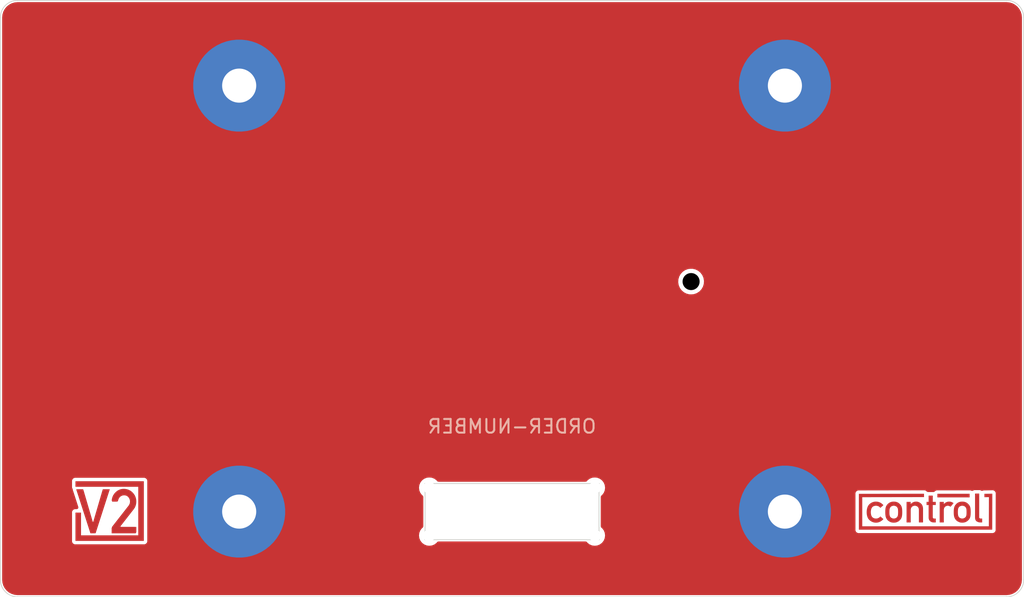
<source format=kicad_pcb>
(kicad_pcb (version 20240108) (generator "pcbnew") (generator_version "8.0")
  (layers (0 "F.Cu" signal "Front") (31 "B.Cu" signal "Back") (34 "B.Paste" user) (35 "F.Paste" user) (36 "B.SilkS" user "B.Silkscreen") (37 "F.SilkS" user "F.Silkscreen") (38 "B.Mask" user) (39 "F.Mask" user) (44 "Edge.Cuts" user))
  (property "Order-Number" "ORDER-NUMBER")
  (net 0 "")
  (net 1 "GND")
  (footprint "V2_Mechanical:Mounting_Hole_2mm_Pad_5.2mm" (layer "F.Cu") (at 163 110)
    (property "Reference" "H101" (hide yes))
    (property "Value" "MountingHole_2mm_Pad_5.2mm" (hide yes))
    (pad "1" thru_hole custom (at 0 0) (size 5.4 5.4) (drill 2) (layers "*.Cu" "*.Mask") (net 1 "GND") (options (clearance outline) (anchor circle)) (primitives (gr_bbox (start -0.75 -0.75) (end 0.75 0.75) (fill no))))
  )
  (footprint "V2_Artwork:Logo_Small" (layer "F.Cu") (at 123.5 110)
    (property "Reference" "ICON102" (hide yes))
    (property "Value" "V2-logo" (hide yes))
    (fp_poly (pts (xy 1.91 1.7195) (xy -2.1005 1.7195) (xy -2.1005 0.0585) (xy -1.773 0.0585) (xy -1.773 1.392) (xy 1.5825 1.392) (xy 1.5825 -1.4555) (xy -2.1005 -1.4555) (xy -2.1005 -1.783) (xy 1.91 -1.783)) (fill solid) (layer "F.Cu"))
    (fp_poly (pts (xy -1.617677 -1.221322) (xy -1.084635 0.601822) (xy -1.059048 0.604213) (xy -0.526231 -1.218162) (xy -0.494416 -1.314387) (xy -0.190339 -1.314387) (xy -0.085353 -1.31286) (xy -0.918222 1.270316) (xy -1.019731 1.273487) (xy -1.223737 1.273487) (xy -2.056569 -1.309583) (xy -1.95594 -1.314387) (xy -1.651908 -1.314387)) (fill solid) (layer "F.Cu"))
    (fp_poly (pts (xy 0.862421 -1.32688) (xy 0.960344 -1.303887) (xy 1.053932 -1.266924) (xy 1.140943 -1.216397) (xy 1.219701 -1.153847) (xy 1.289786 -1.081749) (xy 1.350542 -1.001625) (xy 1.399768 -0.913898) (xy 1.435918 -0.820016) (xy 1.458468 -0.722) (xy 1.467956 -0.621911) (xy 1.465544 -0.521418) (xy 1.450928 -0.421932) (xy 1.422941 -0.325314) (xy 1.381219 -0.233761) (xy 1.32667 -0.149382) (xy 0.531352 0.87181) (xy 0.569453 0.895459) (xy 1.36796 0.895459) (xy 1.468453 0.900054) (xy 1.468453 1.206089) (xy 1.430088 1.273471) (xy 0.0225 1.273487) (xy 0.0225 0.967661) (xy 0.055771 0.877369) (xy 0.979104 -0.30523) (xy 1.038253 -0.385132) (xy 1.080844 -0.473929) (xy 1.098164 -0.570885) (xy 1.091767 -0.669077) (xy 1.059415 -0.761986) (xy 1.005396 -0.844371) (xy 0.93265 -0.91011) (xy 0.842392 -0.947991) (xy 0.744555 -0.957379) (xy 0.647511 -0.941672) (xy 0.558941 -0.899254) (xy 0.485254 -0.834228) (xy 0.432401 -0.751364) (xy 0.402317 -0.656406) (xy 0.361353 -0.584278) (xy 0.055147 -0.584278) (xy 0.02538 -0.657535) (xy 0.039764 -0.758101) (xy 0.066781 -0.854983) (xy 0.107035 -0.947172) (xy 0.159906 -1.032748) (xy 0.223839 -1.110347) (xy 0.296655 -1.179682) (xy 0.377971 -1.238903) (xy 0.467163 -1.285515) (xy 0.562602 -1.317508) (xy 0.661819 -1.334283) (xy 0.76236 -1.336756)) (fill solid) (layer "F.Cu"))
    (zone (net 0) (net_name "") (layer "F.Cu") (connect_pads (clearance 0)) (min_thickness 0.254)
      (keepout (tracks not_allowed) (vias not_allowed) (pads not_allowed) (copperpour not_allowed) (footprints allowed))
      (fill (thermal_gap 0.508) (thermal_bridge_width 0.508))
      (polygon (pts (xy 121.2775 111.8415) (xy 125.532 111.8415) (xy 125.532 108.095) (xy 121.2775 108.095) (xy 121.2775 108.63475) (xy 121.70295 109.9365) (xy 121.2775 109.9365)))
    )
  )
  (footprint "V2_Artwork:Board_control_Small" (layer "F.Cu") (at 171.25 110)
    (property "Reference" "ICON101" (hide yes))
    (property "Value" "Board_control" (hide yes))
    (fp_poly (pts (xy 2.582961 -0.834743) (xy 0.690829 -0.834743) (xy 0.690829 -1.04641) (xy 2.582961 -1.04641)) (fill solid) (layer "F.Cu"))
    (fp_poly (pts (xy 3.906932 1.060335) (xy -3.912296 1.060335) (xy -3.912296 -1.043156) (xy -0.091798 -1.048908) (xy -0.091386 -0.850587) (xy -3.713844 -0.844836) (xy -3.713844 0.861765) (xy 3.708895 0.861765) (xy 3.713432 -0.849838) (xy 3.449794 -0.845086) (xy 3.44608 -1.043406) (xy 3.912296 -1.051909)) (fill solid) (layer "F.Cu"))
    (fp_poly (pts (xy 3.143422 0.323473) (xy 3.143511 0.328554) (xy 3.143776 0.333474) (xy 3.144218 0.338231) (xy 3.144838 0.342825) (xy 3.145634 0.347258) (xy 3.146607 0.351528) (xy 3.147757 0.355636) (xy 3.149084 0.359582) (xy 3.150587 0.363367) (xy 3.152268 0.366989) (xy 3.154126 0.37045) (xy 3.15616 0.373749) (xy 3.158372 0.376886) (xy 3.16076 0.379862) (xy 3.163325 0.382677) (xy 3.166067 0.38533) (xy 3.168986 0.387821) (xy 3.172082 0.390152) (xy 3.175355 0.392321) (xy 3.178805 0.394329) (xy 3.182431 0.396176) (xy 3.186235 0.397862) (xy 3.190215 0.399387) (xy 3.194373 0.400751) (xy 3.198707 0.401955) (xy 3.203218 0.402997) (xy 3.207906 0.40388) (xy 3.212771 0.404601) (xy 3.223031 0.405563) (xy 3.233999 0.405884) (xy 3.317473 0.405884) (xy 3.317473 0.63515) (xy 3.209134 0.63515) (xy 3.192776 0.63489) (xy 3.176778 0.634108) (xy 3.161141 0.632805) (xy 3.145864 0.630982) (xy 3.130949 0.62864) (xy 3.116394 0.625779) (xy 3.1022 0.622399) (xy 3.088366 0.618502) (xy 3.074894 0.614088) (xy 3.061782 0.609157) (xy 3.04903 0.60371) (xy 3.03664 0.597747) (xy 3.02461 0.59127) (xy 3.012941 0.584278) (xy 3.001633 0.576772) (xy 2.990686 0.568753) (xy 2.979717 0.55997) (xy 2.969456 0.550465) (xy 2.959903 0.540239) (xy 2.951058 0.529293) (xy 2.94292 0.517628) (xy 2.93549 0.505246) (xy 2.928767 0.492148) (xy 2.922752 0.478335) (xy 2.917445 0.463808) (xy 2.912846 0.448567) (xy 2.908954 0.432615) (xy 2.90577 0.415953) (xy 2.903293 0.398581) (xy 2.901524 0.3805) (xy 2.900463 0.361713) (xy 2.900109 0.34222) (xy 2.900109 -1.060335) (xy 3.143422 -1.060335)) (fill solid) (layer "F.Cu"))
    (fp_poly (pts (xy 0.421382 -0.571727) (xy 0.597801 -0.571727) (xy 0.597801 -0.386983) (xy 0.421382 -0.386983) (xy 0.421382 0.316442) (xy 0.421306 0.322098) (xy 0.42141 0.327569) (xy 0.421694 0.332855) (xy 0.422158 0.337955) (xy 0.422801 0.342871) (xy 0.423623 0.347601) (xy 0.424625 0.352146) (xy 0.425805 0.356507) (xy 0.427164 0.360683) (xy 0.428701 0.364674) (xy 0.430417 0.36848) (xy 0.43231 0.372102) (xy 0.434381 0.375539) (xy 0.43663 0.378792) (xy 0.439056 0.38186) (xy 0.44166 0.384744) (xy 0.44444 0.387444) (xy 0.447397 0.38996) (xy 0.45053 0.392292) (xy 0.45384 0.394439) (xy 0.457325 0.396403) (xy 0.460987 0.398183) (xy 0.464824 0.399779) (xy 0.468836 0.401191) (xy 0.473024 0.40242) (xy 0.477387 0.403465) (xy 0.481924 0.404326) (xy 0.486636 0.405004) (xy 0.491522 0.405499) (xy 0.496582 0.40581) (xy 0.501816 0.405939) (xy 0.507224 0.405884) (xy 0.597801 0.405884) (xy 0.597801 0.63515) (xy 0.471111 0.63515) (xy 0.455307 0.634839) (xy 0.439865 0.633906) (xy 0.424785 0.632352) (xy 0.410069 0.630177) (xy 0.395717 0.627381) (xy 0.381731 0.623967) (xy 0.36811 0.619933) (xy 0.354856 0.61528) (xy 0.34197 0.61001) (xy 0.329452 0.604122) (xy 0.317304 0.597618) (xy 0.305525 0.590497) (xy 0.294118 0.582761) (xy 0.283083 0.57441) (xy 0.272421 0.565444) (xy 0.262132 0.555864) (xy 0.25192 0.546156) (xy 0.242374 0.535926) (xy 0.233491 0.525173) (xy 0.225272 0.513896) (xy 0.217715 0.502095) (xy 0.21082 0.48977) (xy 0.204586 0.476919) (xy 0.199011 0.463542) (xy 0.194096 0.449639) (xy 0.189839 0.43521) (xy 0.186239 0.420252) (xy 0.183296 0.404767) (xy 0.181008 0.388753) (xy 0.179375 0.37221) (xy 0.178395 0.355137) (xy 0.178069 0.337533) (xy 0.178069 -0.386983) (xy 0.057302 -0.386983) (xy 0.057302 -0.571727) (xy 0.178069 -0.571727) (xy 0.178069 -0.939258) (xy 0.421382 -0.939258)) (fill solid) (layer "F.Cu"))
    (fp_poly (pts (xy 1.40549 -0.586323) (xy 1.423166 -0.584999) (xy 1.440563 -0.582988) (xy 1.45768 -0.580289) (xy 1.474515 -0.5769) (xy 1.491069 -0.572823) (xy 1.50734 -0.568055) (xy 1.523327 -0.562597) (xy 1.53903 -0.556447) (xy 1.554447 -0.549606) (xy 1.569579 -0.542073) (xy 1.584423 -0.533847) (xy 1.59898 -0.524927) (xy 1.613248 -0.515313) (xy 1.627226 -0.505005) (xy 1.640914 -0.494002) (xy 1.463904 -0.283481) (xy 1.45433 -0.290791) (xy 1.444702 -0.297633) (xy 1.43502 -0.304007) (xy 1.425285 -0.309912) (xy 1.415498 -0.315349) (xy 1.405659 -0.320315) (xy 1.395771 -0.324812) (xy 1.385833 -0.328837) (xy 1.375847 -0.332391) (xy 1.365813 -0.335473) (xy 1.355732 -0.338083) (xy 1.345605 -0.340219) (xy 1.335433 -0.341882) (xy 1.325217 -0.34307) (xy 1.314958 -0.343783) (xy 1.304656 -0.344021) (xy 1.293209 -0.343783) (xy 1.281957 -0.34307) (xy 1.270901 -0.341882) (xy 1.260042 -0.340219) (xy 1.249381 -0.338083) (xy 1.238918 -0.335473) (xy 1.228655 -0.332391) (xy 1.218592 -0.328837) (xy 1.20873 -0.324812) (xy 1.199071 -0.320315) (xy 1.189614 -0.315349) (xy 1.180361 -0.309912) (xy 1.171313 -0.304007) (xy 1.162471 -0.297633) (xy 1.153835 -0.290791) (xy 1.145406 -0.283481) (xy 1.136464 -0.275797) (xy 1.128065 -0.267536) (xy 1.120213 -0.258699) (xy 1.11291 -0.249288) (xy 1.106158 -0.239302) (xy 1.099961 -0.228743) (xy 1.09432 -0.21761) (xy 1.089239 -0.205904) (xy 1.08472 -0.193626) (xy 1.080765 -0.180777) (xy 1.077377 -0.167356) (xy 1.074559 -0.153365) (xy 1.072314 -0.138805) (xy 1.070643 -0.123675) (xy 1.06955 -0.107977) (xy 1.069037 -0.09171) (xy 1.069037 0.63515) (xy 0.825722 0.63515) (xy 0.825722 -0.571727) (xy 1.069037 -0.571727) (xy 1.069037 -0.444007) (xy 1.073773 -0.444007) (xy 1.088945 -0.461318) (xy 1.104713 -0.477512) (xy 1.121076 -0.492589) (xy 1.138033 -0.506549) (xy 1.155583 -0.519392) (xy 1.173725 -0.531119) (xy 1.192459 -0.541729) (xy 1.211784 -0.551221) (xy 1.231698 -0.559597) (xy 1.252201 -0.566857) (xy 1.273292 -0.572999) (xy 1.29497 -0.578025) (xy 1.317234 -0.581933) (xy 1.340084 -0.584725) (xy 1.363518 -0.586401) (xy 1.387536 -0.586959)) (fill solid) (layer "F.Cu"))
    (fp_poly (pts (xy -0.534402 -0.586547) (xy -0.515954 -0.58531) (xy -0.497713 -0.583249) (xy -0.479676 -0.580362) (xy -0.461845 -0.576649) (xy -0.444217 -0.572109) (xy -0.426792 -0.566741) (xy -0.40957 -0.560546) (xy -0.392548 -0.553523) (xy -0.375727 -0.54567) (xy -0.359105 -0.536988) (xy -0.342682 -0.527475) (xy -0.326457 -0.517132) (xy -0.310428 -0.505958) (xy -0.294596 -0.493952) (xy -0.278958 -0.481113) (xy -0.263987 -0.467391) (xy -0.249933 -0.452882) (xy -0.236796 -0.437585) (xy -0.224577 -0.421502) (xy -0.213278 -0.404631) (xy -0.202899 -0.386972) (xy -0.193441 -0.368527) (xy -0.184904 -0.349294) (xy -0.177291 -0.329274) (xy -0.170601 -0.308466) (xy -0.164835 -0.286872) (xy -0.159994 -0.26449) (xy -0.15608 -0.241321) (xy -0.153093 -0.217364) (xy -0.151033 -0.192621) (xy -0.149903 -0.16709) (xy -0.149903 0.63515) (xy -0.392624 0.63515) (xy -0.392624 -0.083508) (xy -0.392888 -0.099093) (xy -0.393679 -0.11421) (xy -0.394997 -0.128859) (xy -0.396842 -0.14304) (xy -0.399215 -0.156752) (xy -0.402114 -0.169993) (xy -0.405542 -0.182765) (xy -0.409496 -0.195065) (xy -0.413978 -0.206895) (xy -0.418986 -0.218252) (xy -0.424523 -0.229137) (xy -0.430586 -0.239548) (xy -0.437177 -0.249486) (xy -0.444295 -0.25895) (xy -0.45194 -0.267939) (xy -0.460112 -0.276452) (xy -0.468583 -0.284613) (xy -0.477346 -0.292251) (xy -0.486402 -0.299367) (xy -0.495753 -0.305958) (xy -0.505398 -0.312026) (xy -0.515338 -0.31757) (xy -0.525576 -0.322588) (xy -0.536111 -0.32708) (xy -0.546944 -0.331046) (xy -0.558076 -0.334485) (xy -0.569509 -0.337396) (xy -0.581242 -0.33978) (xy -0.593277 -0.341635) (xy -0.605615 -0.34296) (xy -0.618256 -0.343756) (xy -0.631202 -0.344021) (xy -0.644148 -0.343756) (xy -0.65679 -0.34296) (xy -0.669131 -0.341635) (xy -0.681171 -0.33978) (xy -0.692913 -0.337396) (xy -0.704359 -0.334485) (xy -0.715509 -0.331046) (xy -0.726367 -0.32708) (xy -0.736933 -0.322588) (xy -0.747209 -0.31757) (xy -0.757198 -0.312026) (xy -0.7669 -0.305958) (xy -0.776318 -0.299367) (xy -0.785453 -0.292251) (xy -0.794307 -0.284613) (xy -0.802883 -0.276452) (xy -0.811264 -0.267939) (xy -0.819091 -0.25895) (xy -0.826368 -0.249486) (xy -0.833094 -0.239548) (xy -0.839272 -0.229137) (xy -0.844904 -0.218252) (xy -0.849991 -0.206895) (xy -0.854536 -0.195065) (xy -0.858539 -0.182765) (xy -0.862003 -0.169993) (xy -0.864929 -0.156752) (xy -0.867319 -0.14304) (xy -0.869175 -0.128859) (xy -0.870499 -0.11421) (xy -0.871292 -0.099093) (xy -0.871556 -0.083508) (xy -0.871556 0.63515) (xy -1.114871 0.63515) (xy -1.114871 -0.571727) (xy -0.871556 -0.571727) (xy -0.871556 -0.444007) (xy -0.86682 -0.444007) (xy -0.851648 -0.461318) (xy -0.835879 -0.477512) (xy -0.819516 -0.492589) (xy -0.802559 -0.506549) (xy -0.785009 -0.519392) (xy -0.766866 -0.531119) (xy -0.748132 -0.541729) (xy -0.728808 -0.551221) (xy -0.708894 -0.559597) (xy -0.688391 -0.566857) (xy -0.6673 -0.572999) (xy -0.645622 -0.578025) (xy -0.623358 -0.581933) (xy -0.600509 -0.584725) (xy -0.577075 -0.586401) (xy -0.553057 -0.586959)) (fill solid) (layer "F.Cu"))
    (fp_poly (pts (xy -2.890049 -0.586456) (xy -2.872887 -0.585532) (xy -2.855979 -0.584188) (xy -2.839326 -0.582425) (xy -2.822929 -0.580242) (xy -2.806791 -0.577642) (xy -2.790913 -0.574624) (xy -2.775297 -0.571189) (xy -2.759944 -0.567338) (xy -2.744857 -0.56307) (xy -2.730037 -0.558388) (xy -2.715486 -0.55329) (xy -2.701205 -0.547778) (xy -2.687197 -0.541853) (xy -2.673463 -0.535514) (xy -2.660004 -0.528763) (xy -2.646788 -0.521509) (xy -2.633781 -0.513952) (xy -2.620984 -0.506093) (xy -2.608398 -0.497932) (xy -2.596023 -0.489469) (xy -2.583861 -0.480704) (xy -2.571912 -0.471637) (xy -2.560177 -0.462267) (xy -2.548657 -0.452596) (xy -2.537353 -0.442623) (xy -2.526267 -0.432347) (xy -2.515397 -0.42177) (xy -2.504747 -0.41089) (xy -2.494315 -0.399709) (xy -2.484104 -0.388225) (xy -2.474114 -0.376439) (xy -2.652899 -0.217084) (xy -2.664679 -0.231927) (xy -2.676932 -0.245847) (xy -2.689658 -0.258843) (xy -2.702859 -0.270916) (xy -2.716534 -0.282067) (xy -2.730686 -0.292296) (xy -2.745315 -0.301604) (xy -2.760422 -0.309992) (xy -2.776007 -0.317459) (xy -2.792072 -0.324007) (xy -2.808618 -0.329637) (xy -2.825645 -0.334348) (xy -2.843154 -0.338141) (xy -2.861145 -0.341018) (xy -2.879621 -0.342977) (xy -2.898582 -0.344021) (xy -2.917599 -0.343937) (xy -2.936024 -0.343097) (xy -2.953854 -0.341502) (xy -2.971092 -0.339152) (xy -2.987736 -0.336047) (xy -3.003786 -0.332188) (xy -3.019242 -0.327573) (xy -3.034105 -0.322204) (xy -3.048373 -0.31608) (xy -3.062047 -0.309202) (xy -3.075127 -0.301569) (xy -3.087613 -0.293181) (xy -3.099504 -0.28404) (xy -3.1108 -0.274144) (xy -3.121502 -0.263494) (xy -3.131609 -0.252089) (xy -3.141122 -0.239931) (xy -3.150039 -0.227019) (xy -3.158361 -0.213352) (xy -3.166088 -0.198932) (xy -3.173219 -0.183758) (xy -3.179756 -0.167831) (xy -3.185696 -0.151149) (xy -3.191041 -0.133714) (xy -3.199943 -0.096584) (xy -3.206462 -0.056441) (xy -3.210596 -0.013285) (xy -3.212344 0.032884) (xy -3.211768 0.056198) (xy -3.210596 0.07876) (xy -3.208827 0.100569) (xy -3.206462 0.121625) (xy -3.203501 0.141928) (xy -3.199943 0.161479) (xy -3.19579 0.180277) (xy -3.191041 0.198323) (xy -3.185696 0.215617) (xy -3.179756 0.232158) (xy -3.173219 0.247947) (xy -3.166088 0.262984) (xy -3.158361 0.277269) (xy -3.150039 0.290802) (xy -3.141122 0.303583) (xy -3.131609 0.315612) (xy -3.121502 0.326889) (xy -3.1108 0.337415) (xy -3.099504 0.347189) (xy -3.087613 0.356211) (xy -3.075127 0.364482) (xy -3.062047 0.372001) (xy -3.048373 0.378769) (xy -3.034105 0.384786) (xy -3.019242 0.390052) (xy -3.003786 0.394566) (xy -2.987736 0.39833) (xy -2.971092 0.401342) (xy -2.953854 0.403604) (xy -2.936024 0.405114) (xy -2.917599 0.405874) (xy -2.898582 0.405884) (xy -2.879621 0.405119) (xy -2.861145 0.403412) (xy -2.843154 0.400762) (xy -2.825645 0.397169) (xy -2.808618 0.392633) (xy -2.792072 0.387154) (xy -2.776007 0.380733) (xy -2.760422 0.373368) (xy -2.745315 0.365061) (xy -2.730686 0.355811) (xy -2.716534 0.345618) (xy -2.702859 0.334482) (xy -2.689658 0.322403) (xy -2.676932 0.309382) (xy -2.664679 0.295417) (xy -2.652899 0.28051) (xy -2.474114 0.439863) (xy -2.484104 0.451013) (xy -2.494315 0.461906) (xy -2.504747 0.472543) (xy -2.515397 0.482924) (xy -2.526267 0.493049) (xy -2.537353 0.502917) (xy -2.548657 0.512529) (xy -2.560177 0.521885) (xy -2.571912 0.530984) (xy -2.583861 0.539827) (xy -2.596023 0.548413) (xy -2.608398 0.556743) (xy -2.620984 0.564817) (xy -2.633781 0.572635) (xy -2.646788 0.580196) (xy -2.660004 0.587501) (xy -2.673463 0.594673) (xy -2.687197 0.601397) (xy -2.701205 0.607674) (xy -2.715486 0.613504) (xy -2.730037 0.618888) (xy -2.744857 0.623826) (xy -2.759944 0.628319) (xy -2.775297 0.632368) (xy -2.790913 0.635972) (xy -2.806791 0.639134) (xy -2.822929 0.641852) (xy -2.839326 0.644128) (xy -2.855979 0.645962) (xy -2.872887 0.647355) (xy -2.890049 0.648308) (xy -2.907462 0.64882) (xy -2.934012 0.648253) (xy -2.960159 0.64655) (xy -2.985901 0.643712) (xy -3.011239 0.63974) (xy -3.036171 0.634632) (xy -3.060696 0.628389) (xy -3.084813 0.621011) (xy -3.108522 0.612498) (xy -3.131822 0.602849) (xy -3.154711 0.592066) (xy -3.177189 0.580147) (xy -3.199256 0.567094) (xy -3.22091 0.552905) (xy -3.24215 0.537581) (xy -3.262975 0.521122) (xy -3.283386 0.503528) (xy -3.303622 0.484661) (xy -3.322595 0.464385) (xy -3.340304 0.442701) (xy -3.356747 0.419609) (xy -3.371925 0.395109) (xy -3.385835 0.369202) (xy -3.398478 0.341889) (xy -3.409852 0.313171) (xy -3.419956 0.283047) (xy -3.42879 0.251518) (xy -3.436353 0.218586) (xy -3.442644 0.18425) (xy -3.447661 0.148511) (xy -3.451405 0.11137) (xy -3.453874 0.072828) (xy -3.455067 0.032884) (xy -3.453874 -0.007564) (xy -3.451405 -0.046592) (xy -3.447661 -0.084202) (xy -3.442644 -0.120393) (xy -3.436353 -0.155165) (xy -3.42879 -0.188517) (xy -3.419956 -0.220451) (xy -3.409852 -0.250966) (xy -3.398478 -0.280063) (xy -3.385835 -0.30774) (xy -3.371925 -0.333998) (xy -3.356747 -0.358838) (xy -3.340304 -0.382258) (xy -3.322595 -0.40426) (xy -3.303622 -0.424843) (xy -3.283386 -0.444007) (xy -3.262975 -0.461592) (xy -3.24215 -0.478024) (xy -3.22091 -0.493303) (xy -3.199256 -0.507427) (xy -3.177189 -0.520399) (xy -3.154711 -0.532217) (xy -3.131822 -0.542882) (xy -3.108522 -0.552393) (xy -3.084813 -0.560751) (xy -3.060696 -0.567955) (xy -3.036171 -0.574006) (xy -3.011239 -0.578903) (xy -2.985901 -0.582647) (xy -2.960159 -0.585238) (xy -2.934012 -0.586675) (xy -2.907462 -0.586959)) (fill solid) (layer "F.Cu"))
    (fp_poly (pts (xy -1.849548 -0.586497) (xy -1.832231 -0.585696) (xy -1.815356 -0.584559) (xy -1.798922 -0.583084) (xy -1.782929 -0.581272) (xy -1.767376 -0.579125) (xy -1.752262 -0.576643) (xy -1.737585 -0.573826) (xy -1.723346 -0.570675) (xy -1.709543 -0.56719) (xy -1.696175 -0.563372) (xy -1.683241 -0.559222) (xy -1.670742 -0.55474) (xy -1.658675 -0.549927) (xy -1.64704 -0.544784) (xy -1.635836 -0.53931) (xy -1.625013 -0.533323) (xy -1.61452 -0.527227) (xy -1.604355 -0.521024) (xy -1.594515 -0.514715) (xy -1.584998 -0.5083) (xy -1.575801 -0.501781) (xy -1.566921 -0.49516) (xy -1.558356 -0.488436) (xy -1.550104 -0.481612) (xy -1.54216 -0.474688) (xy -1.534524 -0.467666) (xy -1.527193 -0.460546) (xy -1.520163 -0.453331) (xy -1.513432 -0.44602) (xy -1.506998 -0.438616) (xy -1.500858 -0.431119) (xy -1.492026 -0.422427) (xy -1.483515 -0.413488) (xy -1.475324 -0.404302) (xy -1.467456 -0.394869) (xy -1.459909 -0.385189) (xy -1.452687 -0.375261) (xy -1.445788 -0.365086) (xy -1.439215 -0.354664) (xy -1.432968 -0.343995) (xy -1.427048 -0.333079) (xy -1.421456 -0.321915) (xy -1.416192 -0.310504) (xy -1.411258 -0.298846) (xy -1.406654 -0.286941) (xy -1.402382 -0.274789) (xy -1.398441 -0.26239) (xy -1.391586 -0.235513) (xy -1.385667 -0.205854) (xy -1.380677 -0.173412) (xy -1.376611 -0.138187) (xy -1.37346 -0.100179) (xy -1.371217 -0.059389) (xy -1.369877 -0.015815) (xy -1.369432 0.030541) (xy -1.369877 0.076732) (xy -1.371217 0.120105) (xy -1.37346 0.160657) (xy -1.376611 0.19839) (xy -1.380677 0.233304) (xy -1.383056 0.249704) (xy -1.385667 0.265399) (xy -1.38851 0.280389) (xy -1.391586 0.294674) (xy -1.394896 0.308254) (xy -1.398441 0.321129) (xy -1.402382 0.333542) (xy -1.406654 0.345737) (xy -1.411258 0.357716) (xy -1.416192 0.369481) (xy -1.421456 0.381032) (xy -1.427048 0.392373) (xy -1.432968 0.403504) (xy -1.439215 0.414427) (xy -1.445788 0.425145) (xy -1.452687 0.435658) (xy -1.459909 0.445969) (xy -1.467456 0.456079) (xy -1.475324 0.46599) (xy -1.483515 0.475703) (xy -1.492026 0.485221) (xy -1.500858 0.494545) (xy -1.506796 0.501134) (xy -1.513068 0.507714) (xy -1.519672 0.514276) (xy -1.52661 0.520811) (xy -1.533881 0.527309) (xy -1.541485 0.533761) (xy -1.549422 0.540158) (xy -1.557692 0.546491) (xy -1.561535 0.550121) (xy -1.565516 0.553686) (xy -1.569637 0.557187) (xy -1.573896 0.560625) (xy -1.578295 0.563998) (xy -1.582832 0.567307) (xy -1.587508 0.570552) (xy -1.592323 0.573733) (xy -1.597276 0.57685) (xy -1.602368 0.579903) (xy -1.607599 0.582892) (xy -1.612969 0.585816) (xy -1.618478 0.588677) (xy -1.624125 0.591473) (xy -1.629911 0.594206) (xy -1.635836 0.596874) (xy -1.64704 0.602912) (xy -1.658675 0.608574) (xy -1.670742 0.613863) (xy -1.683241 0.618778) (xy -1.696175 0.623319) (xy -1.709543 0.627489) (xy -1.723346 0.631286) (xy -1.737585 0.634712) (xy -1.752262 0.637767) (xy -1.767376 0.640452) (xy -1.782929 0.642767) (xy -1.798922 0.644714) (xy -1.815356 0.646292) (xy -1.832231 0.647502) (xy -1.849548 0.648344) (xy -1.867308 0.64882) (xy -1.884326 0.648344) (xy -1.900967 0.647502) (xy -1.91723 0.646292) (xy -1.933114 0.644714) (xy -1.948616 0.642767) (xy -1.963734 0.640452) (xy -1.978467 0.637767) (xy -1.992814 0.634712) (xy -2.006772 0.631286) (xy -2.02034 0.627489) (xy -2.033516 0.623319) (xy -2.046298 0.618778) (xy -2.058685 0.613863) (xy -2.070674 0.608574) (xy -2.082265 0.602912) (xy -2.093455 0.596874) (xy -2.104513 0.591121) (xy -2.115265 0.585285) (xy -2.12571 0.579365) (xy -2.135847 0.573361) (xy -2.145676 0.567272) (xy -2.155195 0.561098) (xy -2.164404 0.554838) (xy -2.173301 0.548492) (xy -2.181886 0.542059) (xy -2.190158 0.535539) (xy -2.198116 0.52893) (xy -2.205759 0.522233) (xy -2.213087 0.515446) (xy -2.220098 0.50857) (xy -2.226792 0.501603) (xy -2.233167 0.494545) (xy -2.241465 0.485221) (xy -2.249485 0.475703) (xy -2.257231 0.46599) (xy -2.264701 0.456079) (xy -2.271897 0.445969) (xy -2.27882 0.435658) (xy -2.28547 0.425145) (xy -2.29185 0.414427) (xy -2.297958 0.403504) (xy -2.303798 0.392373) (xy -2.309368 0.381032) (xy -2.31467 0.369481) (xy -2.319705 0.357716) (xy -2.324474 0.345737) (xy -2.328978 0.333542) (xy -2.333217 0.321129) (xy -2.340514 0.294674) (xy -2.346861 0.265399) (xy -2.35225 0.233304) (xy -2.356675 0.19839) (xy -2.360128 0.160657) (xy -2.362604 0.120105) (xy -2.364094 0.076732) (xy -2.364593 0.030541) (xy -2.121871 0.030541) (xy -2.121649 0.06084) (xy -2.120983 0.089048) (xy -2.119873 0.115159) (xy -2.118319 0.139169) (xy -2.116321 0.161074) (xy -2.113879 0.180869) (xy -2.110992 0.198549) (xy -2.109383 0.206595) (xy -2.107662 0.21411) (xy -2.105823 0.221457) (xy -2.103858 0.228701) (xy -2.101764 0.235842) (xy -2.099541 0.242879) (xy -2.097185 0.249811) (xy -2.094696 0.256636) (xy -2.092072 0.263354) (xy -2.08931 0.269963) (xy -2.08641 0.276463) (xy -2.083369 0.282851) (xy -2.080186 0.289127) (xy -2.07686 0.29529) (xy -2.073387 0.301338) (xy -2.069767 0.307271) (xy -2.065998 0.313087) (xy -2.062078 0.318786) (xy -2.058117 0.323143) (xy -2.054004 0.327428) (xy -2.04974 0.331643) (xy -2.045326 0.335788) (xy -2.040763 0.339864) (xy -2.036052 0.343872) (xy -2.031193 0.347814) (xy -2.026188 0.351691) (xy -2.021037 0.355504) (xy -2.015741 0.359254) (xy -2.010301 0.362942) (xy -2.004719 0.36657) (xy -1.998994 0.370138) (xy -1.993127 0.373648) (xy -1.980974 0.380496) (xy -1.97439 0.383549) (xy -1.967737 0.386409) (xy -1.961015 0.389076) (xy -1.954223 0.391549) (xy -1.947361 0.393827) (xy -1.940431 0.39591) (xy -1.933431 0.397797) (xy -1.926361 0.399488) (xy -1.919222 0.400982) (xy -1.912014 0.402279) (xy -1.904737 0.403378) (xy -1.89739 0.404279) (xy -1.889973 0.40498) (xy -1.882488 0.405482) (xy -1.874933 0.405783) (xy -1.867308 0.405884) (xy -1.859046 0.405783) (xy -1.850909 0.405482) (xy -1.842899 0.40498) (xy -1.835017 0.404279) (xy -1.827262 0.403378) (xy -1.819637 0.402279) (xy -1.812142 0.400982) (xy -1.804778 0.399488) (xy -1.797546 0.397797) (xy -1.790446 0.39591) (xy -1.78348 0.393827) (xy -1.776649 0.391549) (xy -1.769952 0.389076) (xy -1.763392 0.386409) (xy -1.756968 0.383549) (xy -1.750683 0.380496) (xy -1.744238 0.3771) (xy -1.738 0.373648) (xy -1.731968 0.370138) (xy -1.726142 0.36657) (xy -1.720521 0.362942) (xy -1.715104 0.359254) (xy -1.709889 0.355504) (xy -1.704877 0.351691) (xy -1.700065 0.347814) (xy -1.695454 0.343872) (xy -1.691043 0.339864) (xy -1.68683 0.335788) (xy -1.682815 0.331643) (xy -1.678996 0.327428) (xy -1.675374 0.323143) (xy -1.671947 0.318786) (xy -1.667493 0.313087) (xy -1.663233 0.307271) (xy -1.659168 0.301338) (xy -1.655297 0.29529) (xy -1.65162 0.289127) (xy -1.648138 0.282851) (xy -1.644849 0.276463) (xy -1.641755 0.269963) (xy -1.638855 0.263354) (xy -1.63615 0.256636) (xy -1.633638 0.249811) (xy -1.631321 0.242879) (xy -1.629198 0.235842) (xy -1.62727 0.228701) (xy -1.625535 0.221457) (xy -1.623995 0.21411) (xy -1.621276 0.198586) (xy -1.618897 0.181016) (xy -1.616866 0.161404) (xy -1.615188 0.139755) (xy -1.613871 0.116075) (xy -1.612922 0.090366) (xy -1.612347 0.062634) (xy -1.612154 0.032884) (xy -1.612347 0.00163) (xy -1.612922 -0.027405) (xy -1.613871 -0.054233) (xy -1.615188 -0.078869) (xy -1.616866 -0.101326) (xy -1.618897 -0.121618) (xy -1.621276 -0.13976) (xy -1.623995 -0.155764) (xy -1.625535 -0.162812) (xy -1.62727 -0.169752) (xy -1.629198 -0.176582) (xy -1.631321 -0.183305) (xy -1.633638 -0.18992) (xy -1.63615 -0.196428) (xy -1.638855 -0.20283) (xy -1.641755 -0.209126) (xy -1.644849 -0.215316) (xy -1.648138 -0.221402) (xy -1.65162 -0.227384) (xy -1.655297 -0.233262) (xy -1.659168 -0.239037) (xy -1.663233 -0.24471) (xy -1.667493 -0.250281) (xy -1.671947 -0.25575) (xy -1.675374 -0.260739) (xy -1.678996 -0.265599) (xy -1.682815 -0.270328) (xy -1.68683 -0.274926) (xy -1.691043 -0.27939) (xy -1.695454 -0.283721) (xy -1.700065 -0.287917) (xy -1.704877 -0.291977) (xy -1.709889 -0.295899) (xy -1.715104 -0.299683) (xy -1.720521 -0.303327) (xy -1.726142 -0.306831) (xy -1.731968 -0.310192) (xy -1.738 -0.313411) (xy -1.744238 -0.316485) (xy -1.750683 -0.319414) (xy -1.756968 -0.322394) (xy -1.763392 -0.325182) (xy -1.769952 -0.327777) (xy -1.776649 -0.33018) (xy -1.78348 -0.332391) (xy -1.790446 -0.334409) (xy -1.797546 -0.336236) (xy -1.804778 -0.33787) (xy -1.812142 -0.339312) (xy -1.819637 -0.340561) (xy -1.827262 -0.341618) (xy -1.835017 -0.342483) (xy -1.842899 -0.343156) (xy -1.850909 -0.343637) (xy -1.859046 -0.343925) (xy -1.867308 -0.344021) (xy -1.874933 -0.343925) (xy -1.882488 -0.343637) (xy -1.889973 -0.343156) (xy -1.89739 -0.342483) (xy -1.904737 -0.341618) (xy -1.912014 -0.340561) (xy -1.919222 -0.339312) (xy -1.926361 -0.33787) (xy -1.933431 -0.336236) (xy -1.940431 -0.334409) (xy -1.947361 -0.332391) (xy -1.954223 -0.33018) (xy -1.961015 -0.327777) (xy -1.967737 -0.325182) (xy -1.97439 -0.322394) (xy -1.980974 -0.319414) (xy -1.98712 -0.316485) (xy -1.993127 -0.313411) (xy -1.998994 -0.310192) (xy -2.004719 -0.306831) (xy -2.010301 -0.303327) (xy -2.015741 -0.299683) (xy -2.021037 -0.295899) (xy -2.026188 -0.291977) (xy -2.031193 -0.287917) (xy -2.036052 -0.283721) (xy -2.040763 -0.27939) (xy -2.045326 -0.274926) (xy -2.04974 -0.270328) (xy -2.054004 -0.265599) (xy -2.058117 -0.260739) (xy -2.062078 -0.25575) (xy -2.065998 -0.250281) (xy -2.069767 -0.24471) (xy -2.073387 -0.239037) (xy -2.07686 -0.233262) (xy -2.080186 -0.227384) (xy -2.083369 -0.221402) (xy -2.08641 -0.215316) (xy -2.08931 -0.209126) (xy -2.092072 -0.20283) (xy -2.094696 -0.196428) (xy -2.097185 -0.18992) (xy -2.099541 -0.183305) (xy -2.101764 -0.176582) (xy -2.103858 -0.169752) (xy -2.105823 -0.162812) (xy -2.107662 -0.155764) (xy -2.110992 -0.139796) (xy -2.113879 -0.121765) (xy -2.116321 -0.101656) (xy -2.118319 -0.079455) (xy -2.119873 -0.055148) (xy -2.120983 -0.028723) (xy -2.121649 -0.000164) (xy -2.121871 0.030541) (xy -2.364593 0.030541) (xy -2.364094 -0.015815) (xy -2.362604 -0.059389) (xy -2.360128 -0.100179) (xy -2.356675 -0.138187) (xy -2.35225 -0.173412) (xy -2.349675 -0.189981) (xy -2.346861 -0.205854) (xy -2.343807 -0.221032) (xy -2.340514 -0.235513) (xy -2.336984 -0.249299) (xy -2.333217 -0.26239) (xy -2.328978 -0.274789) (xy -2.324474 -0.286941) (xy -2.319705 -0.298846) (xy -2.31467 -0.310504) (xy -2.309368 -0.321915) (xy -2.303798 -0.333079) (xy -2.297958 -0.343995) (xy -2.29185 -0.354664) (xy -2.28547 -0.365086) (xy -2.27882 -0.375261) (xy -2.271897 -0.385189) (xy -2.264701 -0.394869) (xy -2.257231 -0.404302) (xy -2.249485 -0.413488) (xy -2.241465 -0.422427) (xy -2.233167 -0.431119) (xy -2.226792 -0.438616) (xy -2.220098 -0.44602) (xy -2.213087 -0.453331) (xy -2.205759 -0.460546) (xy -2.198116 -0.467666) (xy -2.190158 -0.474688) (xy -2.181886 -0.481612) (xy -2.173301 -0.488436) (xy -2.164404 -0.49516) (xy -2.155195 -0.501781) (xy -2.145676 -0.5083) (xy -2.135847 -0.514715) (xy -2.12571 -0.521024) (xy -2.115265 -0.527227) (xy -2.104513 -0.533323) (xy -2.093455 -0.53931) (xy -2.082265 -0.544784) (xy -2.070674 -0.549927) (xy -2.058685 -0.55474) (xy -2.046298 -0.559222) (xy -2.033516 -0.563372) (xy -2.02034 -0.56719) (xy -2.006772 -0.570675) (xy -1.992814 -0.573826) (xy -1.978467 -0.576643) (xy -1.963734 -0.579125) (xy -1.948616 -0.581272) (xy -1.933114 -0.583084) (xy -1.91723 -0.584559) (xy -1.900967 -0.585696) (xy -1.884326 -0.586497) (xy -1.867308 -0.586959)) (fill solid) (layer "F.Cu"))
    (fp_poly (pts (xy 2.165333 -0.586497) (xy 2.182577 -0.585696) (xy 2.199402 -0.584559) (xy 2.215806 -0.583084) (xy 2.231787 -0.581272) (xy 2.247342 -0.579125) (xy 2.262471 -0.576643) (xy 2.277171 -0.573826) (xy 2.291442 -0.570675) (xy 2.30528 -0.56719) (xy 2.318685 -0.563372) (xy 2.331654 -0.559222) (xy 2.344187 -0.55474) (xy 2.35628 -0.549927) (xy 2.367933 -0.544784) (xy 2.379144 -0.53931) (xy 2.389869 -0.533323) (xy 2.400289 -0.527227) (xy 2.410404 -0.521024) (xy 2.420214 -0.514715) (xy 2.429718 -0.5083) (xy 2.438917 -0.501781) (xy 2.447811 -0.49516) (xy 2.4564 -0.488436) (xy 2.464683 -0.481612) (xy 2.472661 -0.474688) (xy 2.480334 -0.467666) (xy 2.487702 -0.460546) (xy 2.494764 -0.453331) (xy 2.501522 -0.44602) (xy 2.507974 -0.438616) (xy 2.514121 -0.431119) (xy 2.522952 -0.422427) (xy 2.531464 -0.413488) (xy 2.539654 -0.404302) (xy 2.547523 -0.394869) (xy 2.55507 -0.385189) (xy 2.562292 -0.375261) (xy 2.569191 -0.365086) (xy 2.575764 -0.354664) (xy 2.582011 -0.343995) (xy 2.587931 -0.333079) (xy 2.593523 -0.321915) (xy 2.598787 -0.310504) (xy 2.603721 -0.298846) (xy 2.608325 -0.286941) (xy 2.612598 -0.274789) (xy 2.616539 -0.26239) (xy 2.623394 -0.235513) (xy 2.629313 -0.205854) (xy 2.634302 -0.173412) (xy 2.638368 -0.138187) (xy 2.641519 -0.100179) (xy 2.643761 -0.059389) (xy 2.645101 -0.015815) (xy 2.645546 0.030541) (xy 2.645101 0.076732) (xy 2.643761 0.120105) (xy 2.641519 0.160657) (xy 2.638368 0.19839) (xy 2.634302 0.233304) (xy 2.631923 0.249704) (xy 2.629313 0.265399) (xy 2.62647 0.280389) (xy 2.623394 0.294674) (xy 2.620084 0.308254) (xy 2.616539 0.321129) (xy 2.612598 0.333542) (xy 2.608325 0.345737) (xy 2.603721 0.357716) (xy 2.598787 0.369481) (xy 2.593523 0.381032) (xy 2.587931 0.392373) (xy 2.582011 0.403504) (xy 2.575764 0.414427) (xy 2.569191 0.425145) (xy 2.562292 0.435658) (xy 2.55507 0.445969) (xy 2.547523 0.456079) (xy 2.539654 0.46599) (xy 2.531464 0.475703) (xy 2.522952 0.485221) (xy 2.514121 0.494545) (xy 2.508182 0.501134) (xy 2.501911 0.507714) (xy 2.495306 0.514276) (xy 2.488369 0.520811) (xy 2.481099 0.527309) (xy 2.473495 0.533761) (xy 2.465558 0.540158) (xy 2.457288 0.546491) (xy 2.453445 0.550121) (xy 2.449462 0.553686) (xy 2.445342 0.557187) (xy 2.441082 0.560625) (xy 2.436684 0.563998) (xy 2.432146 0.567307) (xy 2.427471 0.570552) (xy 2.422656 0.573733) (xy 2.417703 0.57685) (xy 2.412611 0.579903) (xy 2.40738 0.582892) (xy 2.40201 0.585816) (xy 2.396502 0.588677) (xy 2.390855 0.591473) (xy 2.385069 0.594206) (xy 2.379144 0.596874) (xy 2.367933 0.602912) (xy 2.35628 0.608574) (xy 2.344187 0.613863) (xy 2.331654 0.618778) (xy 2.318685 0.623319) (xy 2.30528 0.627489) (xy 2.291442 0.631286) (xy 2.277171 0.634712) (xy 2.262471 0.637767) (xy 2.247342 0.640452) (xy 2.231787 0.642767) (xy 2.215806 0.644714) (xy 2.199402 0.646292) (xy 2.182577 0.647502) (xy 2.165333 0.648344) (xy 2.14767 0.64882) (xy 2.130555 0.648344) (xy 2.11384 0.647502) (xy 2.097525 0.646292) (xy 2.081606 0.644714) (xy 2.066083 0.642767) (xy 2.050954 0.640452) (xy 2.036216 0.637767) (xy 2.021869 0.634712) (xy 2.00791 0.631286) (xy 1.994338 0.627489) (xy 1.981151 0.623319) (xy 1.968347 0.618778) (xy 1.955925 0.613863) (xy 1.943883 0.608574) (xy 1.932219 0.602912) (xy 1.920931 0.596874) (xy 1.90988 0.591121) (xy 1.899146 0.585285) (xy 1.88873 0.579365) (xy 1.878631 0.573361) (xy 1.868847 0.567272) (xy 1.859378 0.561098) (xy 1.850223 0.554838) (xy 1.841381 0.548492) (xy 1.832851 0.542059) (xy 1.824632 0.535539) (xy 1.816724 0.52893) (xy 1.809126 0.522233) (xy 1.801836 0.515446) (xy 1.794854 0.50857) (xy 1.78818 0.501603) (xy 1.781811 0.494545) (xy 1.773507 0.485221) (xy 1.765468 0.475703) (xy 1.757697 0.46599) (xy 1.750194 0.456079) (xy 1.742962 0.445969) (xy 1.736002 0.435658) (xy 1.729317 0.425145) (xy 1.722907 0.414427) (xy 1.716774 0.403504) (xy 1.710921 0.392373) (xy 1.705349 0.381032) (xy 1.700059 0.369481) (xy 1.695054 0.357716) (xy 1.690335 0.345737) (xy 1.685904 0.333542) (xy 1.681763 0.321129) (xy 1.674296 0.294674) (xy 1.66787 0.265399) (xy 1.66247 0.233304) (xy 1.658083 0.19839) (xy 1.654694 0.160657) (xy 1.652291 0.120105) (xy 1.65086 0.076732) (xy 1.650385 0.030541) (xy 1.893107 0.030541) (xy 1.893329 0.06084) (xy 1.893995 0.089048) (xy 1.895105 0.115159) (xy 1.896659 0.139169) (xy 1.898658 0.161074) (xy 1.9011 0.180869) (xy 1.903987 0.198549) (xy 1.905597 0.206595) (xy 1.907318 0.21411) (xy 1.909059 0.221457) (xy 1.91095 0.228701) (xy 1.912991 0.235842) (xy 1.915179 0.242879) (xy 1.917513 0.249811) (xy 1.919991 0.256636) (xy 1.922611 0.263354) (xy 1.925372 0.269963) (xy 1.928272 0.276463) (xy 1.931308 0.282851) (xy 1.93448 0.289127) (xy 1.937786 0.29529) (xy 1.941223 0.301338) (xy 1.94479 0.307271) (xy 1.948486 0.313087) (xy 1.952309 0.318786) (xy 1.956374 0.323143) (xy 1.960578 0.327428) (xy 1.964921 0.331643) (xy 1.969403 0.335788) (xy 1.974023 0.339864) (xy 1.978782 0.343872) (xy 1.98368 0.347814) (xy 1.988717 0.351691) (xy 1.993892 0.355504) (xy 1.999206 0.359254) (xy 2.004659 0.362942) (xy 2.010251 0.36657) (xy 2.015981 0.370138) (xy 2.02185 0.373648) (xy 2.034004 0.380496) (xy 2.040588 0.383549) (xy 2.047242 0.386409) (xy 2.053964 0.389076) (xy 2.060756 0.391549) (xy 2.067618 0.393827) (xy 2.074548 0.39591) (xy 2.081548 0.397797) (xy 2.088618 0.399488) (xy 2.095756 0.400982) (xy 2.102964 0.402279) (xy 2.110242 0.403378) (xy 2.117589 0.404279) (xy 2.125005 0.40498) (xy 2.132491 0.405482) (xy 2.140045 0.405783) (xy 2.14767 0.405884) (xy 2.155926 0.405783) (xy 2.164045 0.405482) (xy 2.172029 0.40498) (xy 2.179879 0.404279) (xy 2.187597 0.403378) (xy 2.195186 0.402279) (xy 2.202645 0.400982) (xy 2.209979 0.399488) (xy 2.217187 0.397797) (xy 2.224272 0.39591) (xy 2.231236 0.393827) (xy 2.23808 0.391549) (xy 2.244806 0.389076) (xy 2.251416 0.386409) (xy 2.257912 0.383549) (xy 2.264295 0.380496) (xy 2.27074 0.3771) (xy 2.276978 0.373648) (xy 2.283009 0.370138) (xy 2.288835 0.36657) (xy 2.294457 0.362942) (xy 2.299874 0.359254) (xy 2.305089 0.355504) (xy 2.310101 0.351691) (xy 2.314913 0.347814) (xy 2.319524 0.343872) (xy 2.323936 0.339864) (xy 2.328149 0.335788) (xy 2.332164 0.331643) (xy 2.335983 0.327428) (xy 2.339606 0.323143) (xy 2.343033 0.318786) (xy 2.347487 0.313087) (xy 2.351746 0.307271) (xy 2.355811 0.301338) (xy 2.359682 0.29529) (xy 2.363359 0.289127) (xy 2.366841 0.282851) (xy 2.37013 0.276463) (xy 2.373224 0.269963) (xy 2.376124 0.263354) (xy 2.378829 0.256636) (xy 2.381341 0.249811) (xy 2.383658 0.242879) (xy 2.385781 0.235842) (xy 2.387709 0.228701) (xy 2.389443 0.221457) (xy 2.390983 0.21411) (xy 2.393676 0.198586) (xy 2.395988 0.181016) (xy 2.397925 0.161404) (xy 2.399494 0.139755) (xy 2.400703 0.116075) (xy 2.401557 0.090366) (xy 2.402065 0.062634) (xy 2.402233 0.032884) (xy 2.402065 0.00163) (xy 2.401557 -0.027405) (xy 2.400703 -0.054233) (xy 2.399494 -0.078869) (xy 2.397925 -0.101326) (xy 2.395988 -0.121618) (xy 2.393676 -0.13976) (xy 2.390983 -0.155764) (xy 2.389443 -0.162812) (xy 2.387709 -0.169752) (xy 2.385781 -0.176582) (xy 2.383658 -0.183305) (xy 2.381341 -0.18992) (xy 2.378829 -0.196428) (xy 2.376124 -0.20283) (xy 2.373224 -0.209126) (xy 2.37013 -0.215316) (xy 2.366841 -0.221402) (xy 2.363359 -0.227384) (xy 2.359682 -0.233262) (xy 2.355811 -0.239037) (xy 2.351746 -0.24471) (xy 2.347487 -0.250281) (xy 2.343033 -0.25575) (xy 2.339606 -0.260739) (xy 2.335983 -0.265599) (xy 2.332164 -0.270328) (xy 2.328149 -0.274926) (xy 2.323936 -0.27939) (xy 2.319524 -0.283721) (xy 2.314913 -0.287917) (xy 2.310101 -0.291977) (xy 2.305089 -0.295899) (xy 2.299874 -0.299683) (xy 2.294457 -0.303327) (xy 2.288835 -0.306831) (xy 2.283009 -0.310192) (xy 2.276978 -0.313411) (xy 2.27074 -0.316485) (xy 2.264295 -0.319414) (xy 2.257912 -0.322394) (xy 2.251416 -0.325182) (xy 2.244806 -0.327777) (xy 2.23808 -0.33018) (xy 2.231236 -0.332391) (xy 2.224272 -0.334409) (xy 2.217187 -0.336236) (xy 2.209979 -0.33787) (xy 2.202645 -0.339312) (xy 2.195186 -0.340561) (xy 2.187597 -0.341618) (xy 2.179879 -0.342483) (xy 2.172029 -0.343156) (xy 2.164045 -0.343637) (xy 2.155926 -0.343925) (xy 2.14767 -0.344021) (xy 2.140045 -0.343925) (xy 2.132491 -0.343637) (xy 2.125005 -0.343156) (xy 2.117589 -0.342483) (xy 2.110242 -0.341618) (xy 2.102964 -0.340561) (xy 2.095756 -0.339312) (xy 2.088618 -0.33787) (xy 2.081548 -0.336236) (xy 2.074548 -0.334409) (xy 2.067618 -0.332391) (xy 2.060756 -0.33018) (xy 2.053964 -0.327777) (xy 2.047242 -0.325182) (xy 2.040588 -0.322394) (xy 2.034004 -0.319414) (xy 2.027858 -0.316485) (xy 2.02185 -0.313411) (xy 2.015981 -0.310192) (xy 2.010251 -0.306831) (xy 2.004659 -0.303327) (xy 1.999206 -0.299683) (xy 1.993892 -0.295899) (xy 1.988717 -0.291977) (xy 1.98368 -0.287917) (xy 1.978782 -0.283721) (xy 1.974023 -0.27939) (xy 1.969403 -0.274926) (xy 1.964921 -0.270328) (xy 1.960578 -0.265599) (xy 1.956374 -0.260739) (xy 1.952309 -0.25575) (xy 1.948486 -0.250281) (xy 1.94479 -0.24471) (xy 1.941223 -0.239037) (xy 1.937786 -0.233262) (xy 1.93448 -0.227384) (xy 1.931308 -0.221402) (xy 1.928272 -0.215316) (xy 1.925372 -0.209126) (xy 1.922611 -0.20283) (xy 1.919991 -0.196428) (xy 1.917513 -0.18992) (xy 1.915179 -0.183305) (xy 1.912991 -0.176582) (xy 1.91095 -0.169752) (xy 1.909059 -0.162812) (xy 1.907318 -0.155764) (xy 1.903987 -0.139796) (xy 1.9011 -0.121765) (xy 1.898658 -0.101656) (xy 1.896659 -0.079455) (xy 1.895105 -0.055148) (xy 1.893995 -0.028723) (xy 1.893329 -0.000164) (xy 1.893107 0.030541) (xy 1.650385 0.030541) (xy 1.65086 -0.015815) (xy 1.652291 -0.059389) (xy 1.654694 -0.100179) (xy 1.658083 -0.138187) (xy 1.66015 -0.156147) (xy 1.66247 -0.173412) (xy 1.665042 -0.189981) (xy 1.66787 -0.205854) (xy 1.670954 -0.221032) (xy 1.674296 -0.235513) (xy 1.677898 -0.249299) (xy 1.681763 -0.26239) (xy 1.685904 -0.274789) (xy 1.690335 -0.286941) (xy 1.695054 -0.298846) (xy 1.700059 -0.310504) (xy 1.705349 -0.321915) (xy 1.710921 -0.333079) (xy 1.716774 -0.343995) (xy 1.722907 -0.354664) (xy 1.729317 -0.365086) (xy 1.736002 -0.375261) (xy 1.742962 -0.385189) (xy 1.750194 -0.394869) (xy 1.757697 -0.404302) (xy 1.765468 -0.413488) (xy 1.773507 -0.422427) (xy 1.781811 -0.431119) (xy 1.78818 -0.438616) (xy 1.794854 -0.44602) (xy 1.801836 -0.453331) (xy 1.809126 -0.460546) (xy 1.816724 -0.467666) (xy 1.824632 -0.474688) (xy 1.832851 -0.481612) (xy 1.841381 -0.488436) (xy 1.850223 -0.49516) (xy 1.859378 -0.501781) (xy 1.868847 -0.5083) (xy 1.878631 -0.514715) (xy 1.88873 -0.521024) (xy 1.899146 -0.527227) (xy 1.90988 -0.533323) (xy 1.920931 -0.53931) (xy 1.932219 -0.544784) (xy 1.943883 -0.549927) (xy 1.955925 -0.55474) (xy 1.968347 -0.559222) (xy 1.981151 -0.563372) (xy 1.994338 -0.56719) (xy 2.00791 -0.570675) (xy 2.021869 -0.573826) (xy 2.036216 -0.576643) (xy 2.050954 -0.579125) (xy 2.066083 -0.581272) (xy 2.081606 -0.583084) (xy 2.097525 -0.584559) (xy 2.11384 -0.585696) (xy 2.130555 -0.586497) (xy 2.14767 -0.586959)) (fill solid) (layer "F.Cu"))
    (zone (net 0) (net_name "") (layer "F.Cu") (connect_pads (clearance 0)) (min_thickness 0.254)
      (keepout (tracks not_allowed) (vias not_allowed) (pads not_allowed) (copperpour not_allowed) (footprints not_allowed))
      (fill (thermal_gap 0.508) (thermal_bridge_width 0.508))
      (polygon (pts (xy 175.252788 111.179279) (xy 167.260623 111.179278) (xy 167.260623 108.851875) (xy 175.252788 108.851876)))
    )
  )
  (footprint "V2_Mechanical:Mounting_Hole_2mm_Pad_5.2mm" (layer "F.Cu") (at 131 110)
    (property "Reference" "H104" (hide yes))
    (property "Value" "MountingHole_2mm_Pad_5.2mm" (hide yes))
    (pad "1" thru_hole custom (at 0 0) (size 5.4 5.4) (drill 2) (layers "*.Cu" "*.Mask") (net 1 "GND") (options (clearance outline) (anchor circle)) (primitives (gr_bbox (start -0.75 -0.75) (end 0.75 0.75) (fill no))))
  )
  (footprint "V2_Mechanical:MountingHole_1mm" (layer "F.Cu") (at 157.5 96.5)
    (property "Reference" "H105" (hide yes))
    (property "Value" "MountingHole_1mm" (hide yes))
    (pad "" np_thru_hole circle (at 0 0) (size 1.2 1.2) (drill 1) (layers "*.Mask"))
  )
  (footprint "V2_PCB_Devices:PCB_Button-top" (layer "F.Cu") (at 147 110 90)
    (property "Reference" "SWT101" (hide yes))
    (property "Value" "Button-top" (hide yes))
    (fp_line (start 1.65 -5.1) (end 1.65 5.1) (stroke (width 0.05)) (layer "Edge.Cuts"))
    (fp_line (start -1.65 -5.1) (end 1.65 -5.1) (stroke (width 0.05)) (layer "Edge.Cuts"))
    (fp_line (start 1.65 5.1) (end -1.65 5.1) (stroke (width 0.05)) (layer "Edge.Cuts"))
    (fp_line (start -1.65 5.1) (end -1.65 -5.1) (stroke (width 0.05)) (layer "Edge.Cuts"))
    (pad "" np_thru_hole circle (at -1.4 -4.85 90) (size 0.7 0.7) (drill 0.7) (layers "*.Cu" "*.Mask"))
    (pad "" np_thru_hole circle (at -1.4 4.85 90) (size 0.7 0.7) (drill 0.7) (layers "*.Cu" "*.Mask"))
    (pad "" np_thru_hole circle (at 1.4 -4.85 90) (size 0.7 0.7) (drill 0.7) (layers "*.Cu" "*.Mask"))
    (pad "" np_thru_hole circle (at 1.4 4.85 90) (size 0.7 0.7) (drill 0.7) (layers "*.Cu" "*.Mask"))
  )
  (footprint "V2_Mechanical:Mounting_Hole_2mm_Pad_5.2mm" (layer "F.Cu") (at 163 85)
    (property "Reference" "H102" (hide yes))
    (property "Value" "MountingHole_2mm_Pad_5.2mm" (hide yes))
    (pad "1" thru_hole custom (at 0 0) (size 5.4 5.4) (drill 2) (layers "*.Cu" "*.Mask") (net 1 "GND") (options (clearance outline) (anchor circle)) (primitives (gr_bbox (start -0.75 -0.75) (end 0.75 0.75) (fill no))))
  )
  (footprint "V2_Mechanical:Mounting_Hole_2mm_Pad_5.2mm" (layer "F.Cu") (at 131 85)
    (property "Reference" "H103" (hide yes))
    (property "Value" "MountingHole_2mm_Pad_5.2mm" (hide yes))
    (pad "1" thru_hole custom (at 0 0) (size 5.4 5.4) (drill 2) (layers "*.Cu" "*.Mask") (net 1 "GND") (options (clearance outline) (anchor circle)) (primitives (gr_bbox (start -0.75 -0.75) (end 0.75 0.75) (fill no))))
  )
  (footprint "V2_Production:Order_Number" (layer "B.Cu") (at 147 105 180)
    (property "Reference" "INFO101" (hide yes))
    (property "Value" "ORDER-NUMBER" (hide yes))
    (fp_text user "${Order-Number}" (at 0 0 0) (layer "B.SilkS") (effects (font (size 0.8 0.8) (thickness 0.12)) (justify mirror)))
  )
  (gr_line (start 117 81) (end 117 114) (stroke (width 0.05)) (layer "Edge.Cuts"))
  (gr_line (start 118 80) (end 176 80) (stroke (width 0.05)) (layer "Edge.Cuts"))
  (gr_line (start 177 81) (end 177 114) (stroke (width 0.05)) (layer "Edge.Cuts"))
  (gr_arc (start 118 115) (mid 117.292893 114.707107) (end 117 114) (stroke (width 0.05)) (layer "Edge.Cuts"))
  (gr_arc (start 177 114) (mid 176.707107 114.707107) (end 176 115) (stroke (width 0.05)) (layer "Edge.Cuts"))
  (gr_arc (start 117 81) (mid 117.292893 80.292893) (end 118 80) (stroke (width 0.05)) (layer "Edge.Cuts"))
  (gr_arc (start 176 80) (mid 176.707107 80.292893) (end 177 81) (stroke (width 0.05)) (layer "Edge.Cuts"))
  (gr_line (start 118 115) (end 176 115) (stroke (width 0.05)) (layer "Edge.Cuts"))
  (zone (net 1) (net_name "GND") (layer "F.Cu") (priority 1) (connect_pads yes (clearance 0.2)) (min_thickness 0.2) (fill yes (thermal_gap 0.508) (thermal_bridge_width 0.508))
    (polygon (pts (xy 177.005454 115) (xy 117 115) (xy 117 80) (xy 177.005454 80)))
  )
)
</source>
